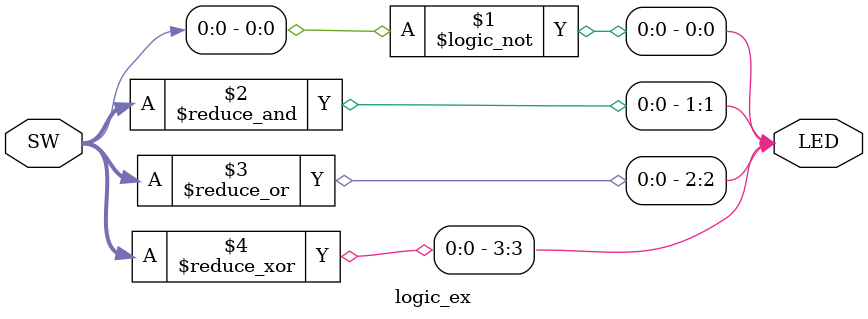
<source format=sv>
`timescale 1ns/10ps

module logic_ex
  (
   input  wire  [1:0]    SW,
   output logic [3:0]    LED
   );

  assign LED[0]  = !SW[0];
  //assign LED[1]  = SW[1] && SW[0];
  //assign LED[1]  = SW[1] & SW[0];
  //assign LED[1]  = (SW[1] == 1'b1) & (SW[0] == 1'b1);
  //assign LED[1]  = (SW[1] === 1'b1) & (SW[0] === 1'b1);
  assign LED[1]  = &SW[1:0];
  //assign LED[2]  = SW[1] || SW[0];
  //assign LED[2]  = SW[1] | SW[0];
  //assign LED[2]  = (SW[1] == 1'b1) | (SW[0] == 1'b1);
  //assign LED[2]  = (SW[1] === 1'b1) | (SW[0] === 1'b1);
  assign LED[2]  = |SW[1:0];
  //assign LED[3]  = SW[1] ^ SW[0];
  //assign LED[3]  = (SW[1] == 1'b1) ^ (SW[0] == 1'b1);
  //assign LED[3]  = (SW[1] === 1'b1) ^ (SW[0] === 1'b1);
  assign LED[3]  = ^SW[1:0];
endmodule // logic_ex

</source>
